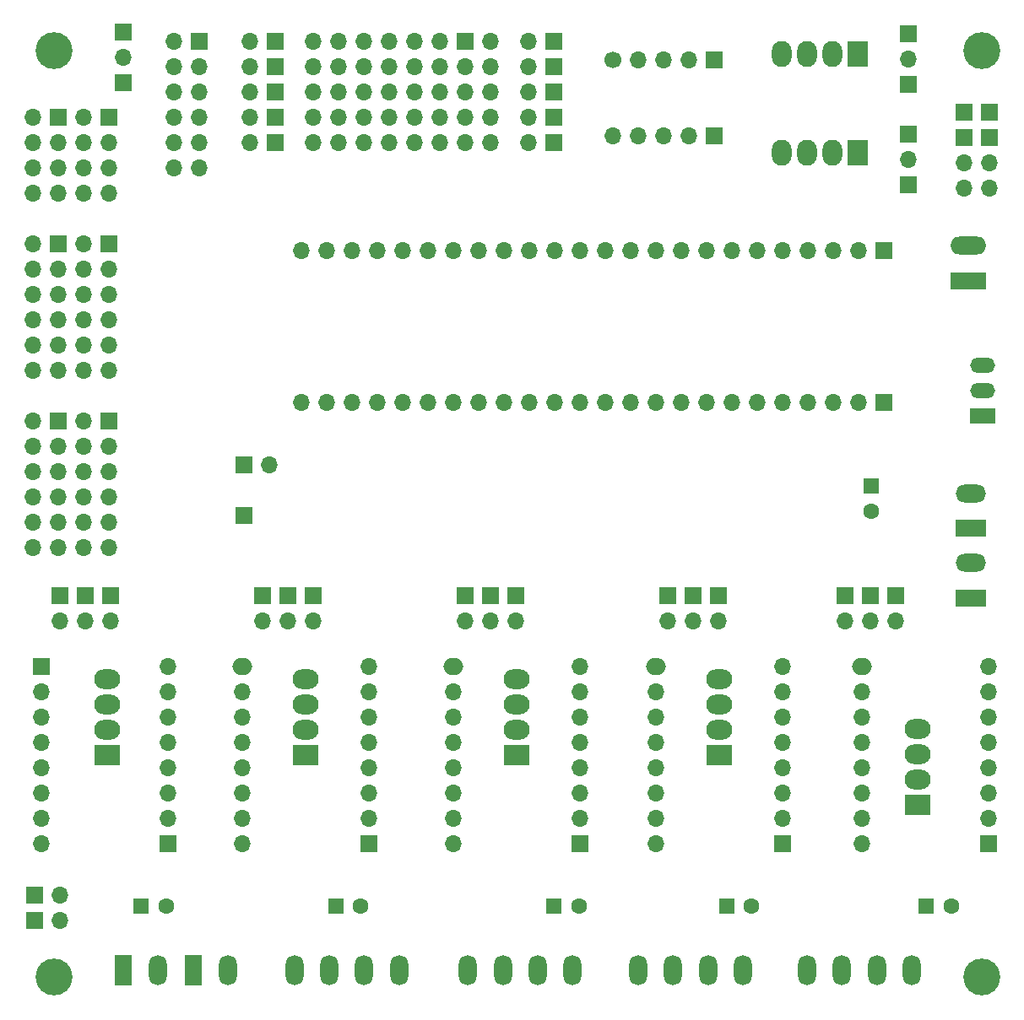
<source format=gbs>
G04 #@! TF.GenerationSoftware,KiCad,Pcbnew,(5.1.10)-1*
G04 #@! TF.CreationDate,2022-05-29T18:24:23-07:00*
G04 #@! TF.ProjectId,5Rose_030_Blue,35526f73-655f-4303-9330-5f426c75652e,rev?*
G04 #@! TF.SameCoordinates,Original*
G04 #@! TF.FileFunction,Soldermask,Bot*
G04 #@! TF.FilePolarity,Negative*
%FSLAX46Y46*%
G04 Gerber Fmt 4.6, Leading zero omitted, Abs format (unit mm)*
G04 Created by KiCad (PCBNEW (5.1.10)-1) date 2022-05-29 18:24:23*
%MOMM*%
%LPD*%
G01*
G04 APERTURE LIST*
%ADD10R,1.700000X1.700000*%
%ADD11O,1.700000X1.700000*%
%ADD12O,2.600000X2.000000*%
%ADD13R,2.600000X2.000000*%
%ADD14C,3.700000*%
%ADD15O,1.998980X1.700000*%
%ADD16O,1.800000X3.048000*%
%ADD17C,1.600000*%
%ADD18R,1.600000X1.600000*%
%ADD19R,2.000000X2.600000*%
%ADD20O,2.000000X2.600000*%
%ADD21O,2.000000X1.700000*%
%ADD22R,2.500000X1.500000*%
%ADD23O,2.500000X1.500000*%
%ADD24R,1.800000X3.048000*%
%ADD25R,3.600000X1.800000*%
%ADD26O,3.600000X1.800000*%
%ADD27O,3.048000X1.800000*%
%ADD28R,3.048000X1.800000*%
%ADD29C,1.700000*%
G04 APERTURE END LIST*
D10*
X183743600Y-88239600D03*
D11*
X181203600Y-88239600D03*
X178663600Y-88239600D03*
X176123600Y-88239600D03*
X173583600Y-88239600D03*
X118110000Y-164465000D03*
D10*
X115570000Y-164465000D03*
D11*
X143510000Y-88900000D03*
X143510000Y-86360000D03*
X143510000Y-83820000D03*
X143510000Y-81280000D03*
X143510000Y-78740000D03*
X146050000Y-88900000D03*
X146050000Y-86360000D03*
X146050000Y-83820000D03*
X146050000Y-81280000D03*
X146050000Y-78740000D03*
X148590000Y-78740000D03*
X148590000Y-81280000D03*
X148590000Y-83820000D03*
X148590000Y-86360000D03*
X148590000Y-88900000D03*
X151130000Y-78740000D03*
X151130000Y-81280000D03*
X151130000Y-83820000D03*
X151130000Y-86360000D03*
X151130000Y-88900000D03*
D12*
X142773400Y-142748000D03*
X142773400Y-145288000D03*
X142773400Y-147828000D03*
D13*
X142773400Y-150368000D03*
D14*
X210546000Y-172700000D03*
X117546000Y-172700000D03*
X210546000Y-79700000D03*
X117546000Y-79700000D03*
D15*
X177901600Y-141478000D03*
D11*
X177901600Y-144018000D03*
X177901600Y-146558000D03*
X177901600Y-149098000D03*
X177901600Y-151638000D03*
X177901600Y-154178000D03*
X177901600Y-156718000D03*
X177901600Y-159258000D03*
D10*
X167640000Y-78740000D03*
D11*
X165100000Y-78740000D03*
D10*
X167640000Y-81280000D03*
D11*
X165100000Y-81280000D03*
D10*
X167640000Y-83820000D03*
D11*
X165100000Y-83820000D03*
D10*
X167640000Y-86360000D03*
D11*
X165100000Y-86360000D03*
D10*
X167640000Y-88900000D03*
D11*
X165100000Y-88900000D03*
X137160000Y-88900000D03*
D10*
X139700000Y-88900000D03*
D11*
X137160000Y-86360000D03*
D10*
X139700000Y-86360000D03*
D11*
X137160000Y-83820000D03*
D10*
X139700000Y-83820000D03*
D11*
X137160000Y-81280000D03*
D10*
X139700000Y-81280000D03*
D11*
X137160000Y-78740000D03*
D10*
X139700000Y-78740000D03*
D16*
X193040000Y-171958000D03*
X196540000Y-171958000D03*
X200040000Y-171958000D03*
X203540000Y-171958000D03*
X186598200Y-171958000D03*
X183098200Y-171958000D03*
X179598200Y-171958000D03*
X176098200Y-171958000D03*
X169516700Y-171958000D03*
X166016700Y-171958000D03*
X162516700Y-171958000D03*
X159016700Y-171958000D03*
X141605000Y-171958000D03*
X145105000Y-171958000D03*
X148605000Y-171958000D03*
X152105000Y-171958000D03*
D10*
X211302600Y-85928199D03*
X211302600Y-88468199D03*
D11*
X211302600Y-91008199D03*
X211302600Y-93548199D03*
X208762600Y-93548200D03*
X208762600Y-91008200D03*
D10*
X208762600Y-88468200D03*
X208762600Y-85928200D03*
D17*
X199466200Y-125931300D03*
D18*
X199466200Y-123431300D03*
D13*
X204139800Y-155435300D03*
D12*
X204139800Y-152895300D03*
X204139800Y-150355300D03*
X204139800Y-147815300D03*
D19*
X198120000Y-89979500D03*
D20*
X195580000Y-89979500D03*
X193040000Y-89979500D03*
X190500000Y-89979500D03*
X190500000Y-80010000D03*
X193040000Y-80010000D03*
X195580000Y-80010000D03*
D19*
X198120000Y-80010000D03*
D12*
X184251600Y-142748000D03*
X184251600Y-145288000D03*
X184251600Y-147828000D03*
D13*
X184251600Y-150368000D03*
X163944300Y-150368000D03*
D12*
X163944300Y-147828000D03*
X163944300Y-145288000D03*
X163944300Y-142748000D03*
D10*
X143510000Y-134366000D03*
D11*
X143510000Y-136906000D03*
D10*
X140970000Y-134366000D03*
D11*
X140970000Y-136906000D03*
D10*
X138430000Y-134366000D03*
D11*
X138430000Y-136906000D03*
X158750000Y-136906000D03*
D10*
X158750000Y-134366000D03*
D11*
X161290000Y-136906000D03*
D10*
X161290000Y-134366000D03*
D11*
X163830000Y-136906000D03*
D10*
X163830000Y-134366000D03*
X201930000Y-134366000D03*
D11*
X201930000Y-136906000D03*
D10*
X199390000Y-134366000D03*
D11*
X199390000Y-136906000D03*
D10*
X196850000Y-134366000D03*
D11*
X196850000Y-136906000D03*
X179070000Y-136906000D03*
D10*
X179070000Y-134366000D03*
D11*
X181610000Y-136906000D03*
D10*
X181610000Y-134366000D03*
D11*
X184150000Y-136906000D03*
D10*
X184150000Y-134366000D03*
D17*
X187488200Y-165544500D03*
D18*
X184988200Y-165544500D03*
D10*
X203200000Y-93147154D03*
D11*
X203200000Y-90607154D03*
D10*
X203200000Y-88067154D03*
X203200000Y-78054200D03*
D11*
X203200000Y-80594200D03*
D10*
X203200000Y-83134200D03*
X124460000Y-77876400D03*
D11*
X124460000Y-80416400D03*
D10*
X124460000Y-82956400D03*
D21*
X198501000Y-141478000D03*
D11*
X198501000Y-144018000D03*
X198501000Y-146558000D03*
X198501000Y-149098000D03*
X198501000Y-151638000D03*
X198501000Y-154178000D03*
X198501000Y-156718000D03*
X198501000Y-159258000D03*
X211201000Y-141478000D03*
X211201000Y-144018000D03*
X211201000Y-146558000D03*
X211201000Y-149098000D03*
X211201000Y-151638000D03*
X211201000Y-154178000D03*
X211201000Y-156718000D03*
D10*
X211201000Y-159258000D03*
D11*
X190601600Y-141478000D03*
X190601600Y-144018000D03*
X190601600Y-146558000D03*
X190601600Y-149098000D03*
X190601600Y-151638000D03*
X190601600Y-154178000D03*
X190601600Y-156718000D03*
D10*
X190601600Y-159258000D03*
D21*
X157594300Y-141478000D03*
D11*
X157594300Y-144018000D03*
X157594300Y-146558000D03*
X157594300Y-149098000D03*
X157594300Y-151638000D03*
X157594300Y-154178000D03*
X157594300Y-156718000D03*
X157594300Y-159258000D03*
D21*
X136398000Y-141478000D03*
D11*
X136398000Y-144018000D03*
X136398000Y-146558000D03*
X136398000Y-149098000D03*
X136398000Y-151638000D03*
X136398000Y-154178000D03*
X136398000Y-156718000D03*
X136398000Y-159258000D03*
X170294300Y-141478000D03*
X170294300Y-144018000D03*
X170294300Y-146558000D03*
X170294300Y-149098000D03*
X170294300Y-151638000D03*
X170294300Y-154178000D03*
X170294300Y-156718000D03*
D10*
X170294300Y-159258000D03*
D11*
X149098000Y-141478000D03*
X149098000Y-144018000D03*
X149098000Y-146558000D03*
X149098000Y-149098000D03*
X149098000Y-151638000D03*
X149098000Y-154178000D03*
X149098000Y-156718000D03*
D10*
X149098000Y-159258000D03*
D22*
X210629500Y-116357400D03*
D23*
X210629500Y-113817400D03*
X210629500Y-111277400D03*
D17*
X148257900Y-165544500D03*
D18*
X145757900Y-165544500D03*
X167652700Y-165544500D03*
D17*
X170152700Y-165544500D03*
X207478000Y-165544500D03*
D18*
X204978000Y-165544500D03*
D11*
X153670000Y-78740000D03*
X153670000Y-81280000D03*
X153670000Y-83820000D03*
X153670000Y-86360000D03*
X153670000Y-88900000D03*
X156210000Y-88900000D03*
X156210000Y-86360000D03*
X156210000Y-83820000D03*
X156210000Y-81280000D03*
X156210000Y-78740000D03*
D16*
X134960000Y-171958000D03*
D24*
X131460000Y-171958000D03*
D16*
X127960000Y-171958000D03*
D24*
X124460000Y-171958000D03*
D11*
X116205000Y-159258000D03*
X116205000Y-156718000D03*
X116205000Y-154178000D03*
X116205000Y-151638000D03*
X116205000Y-149098000D03*
X116205000Y-146558000D03*
X116205000Y-144018000D03*
D10*
X116205000Y-141478000D03*
X128905000Y-159258000D03*
D11*
X128905000Y-156718000D03*
X128905000Y-154178000D03*
X128905000Y-151638000D03*
X128905000Y-149098000D03*
X128905000Y-146558000D03*
X128905000Y-144018000D03*
X128905000Y-141478000D03*
X118110000Y-136906000D03*
D10*
X118110000Y-134366000D03*
D11*
X120650000Y-136906000D03*
D10*
X120650000Y-134366000D03*
D11*
X123190000Y-136906000D03*
D10*
X123190000Y-134366000D03*
D12*
X122809000Y-142748000D03*
X122809000Y-145288000D03*
X122809000Y-147828000D03*
D13*
X122809000Y-150368000D03*
D17*
X128738000Y-165544500D03*
D18*
X126238000Y-165544500D03*
D25*
X209219800Y-102781100D03*
D26*
X209219800Y-99281100D03*
D11*
X139141200Y-121285000D03*
D10*
X136601200Y-121285000D03*
D11*
X161290000Y-88900000D03*
X161290000Y-86360000D03*
X161290000Y-83820000D03*
X161290000Y-81280000D03*
X161290000Y-78740000D03*
D10*
X115570000Y-167005000D03*
D11*
X118110000Y-167005000D03*
D27*
X209473800Y-124120000D03*
D28*
X209473800Y-127620000D03*
D27*
X209473800Y-131120000D03*
D28*
X209473800Y-134620000D03*
D11*
X120472200Y-93980000D03*
X123012200Y-93980000D03*
X120472200Y-91440000D03*
X123012200Y-91440000D03*
X120472200Y-88900000D03*
X123012200Y-88900000D03*
X120472200Y-86360000D03*
D10*
X123012200Y-86360000D03*
D11*
X120472200Y-129540000D03*
X123012200Y-129540000D03*
X120472200Y-127000000D03*
X123012200Y-127000000D03*
X120472200Y-124460000D03*
X123012200Y-124460000D03*
X120472200Y-121920000D03*
X123012200Y-121920000D03*
X120472200Y-119380000D03*
X123012200Y-119380000D03*
X120472200Y-116840000D03*
D10*
X123012200Y-116840000D03*
D11*
X115392200Y-93980000D03*
X117932200Y-93980000D03*
X115392200Y-91440000D03*
X117932200Y-91440000D03*
X115392200Y-88900000D03*
X117932200Y-88900000D03*
X115392200Y-86360000D03*
D10*
X117932200Y-86360000D03*
D11*
X115392200Y-111760000D03*
X117932200Y-111760000D03*
X115392200Y-109220000D03*
X117932200Y-109220000D03*
X115392200Y-106680000D03*
X117932200Y-106680000D03*
X115392200Y-104140000D03*
X117932200Y-104140000D03*
X115392200Y-101600000D03*
X117932200Y-101600000D03*
X115392200Y-99060000D03*
D10*
X117932200Y-99060000D03*
X123012200Y-99060000D03*
D11*
X120472200Y-99060000D03*
X123012200Y-101600000D03*
X120472200Y-101600000D03*
X123012200Y-104140000D03*
X120472200Y-104140000D03*
X123012200Y-106680000D03*
X120472200Y-106680000D03*
X123012200Y-109220000D03*
X120472200Y-109220000D03*
X123012200Y-111760000D03*
X120472200Y-111760000D03*
X115392200Y-129540000D03*
X117932200Y-129540000D03*
X115392200Y-127000000D03*
X117932200Y-127000000D03*
X115392200Y-124460000D03*
X117932200Y-124460000D03*
X115392200Y-121920000D03*
X117932200Y-121920000D03*
X115392200Y-119380000D03*
X117932200Y-119380000D03*
X115392200Y-116840000D03*
D10*
X117932200Y-116840000D03*
X183743600Y-80619600D03*
D11*
X181203600Y-80619600D03*
X178663600Y-80619600D03*
X176123600Y-80619600D03*
D29*
X173583600Y-80619600D03*
D11*
X158750000Y-88900000D03*
X158750000Y-86360000D03*
X158750000Y-83820000D03*
X158750000Y-81280000D03*
D10*
X158750000Y-78740000D03*
D11*
X129540000Y-91440000D03*
X132080000Y-91440000D03*
X129540000Y-88900000D03*
X132080000Y-88900000D03*
X129540000Y-86360000D03*
X132080000Y-86360000D03*
X129540000Y-83820000D03*
X132080000Y-83820000D03*
X129540000Y-81280000D03*
X132080000Y-81280000D03*
X129540000Y-78740000D03*
D10*
X132080000Y-78740000D03*
X200774300Y-99745800D03*
D11*
X198234300Y-99745800D03*
X195694300Y-99745800D03*
X193154300Y-99745800D03*
X190614300Y-99745800D03*
X188074300Y-99745800D03*
X185534300Y-99745800D03*
X182994300Y-99745800D03*
X180454300Y-99745800D03*
X177914300Y-99745800D03*
X175374300Y-99745800D03*
X172834300Y-99745800D03*
X170294300Y-99745800D03*
X167754300Y-99745800D03*
X165214300Y-99745800D03*
X162674300Y-99745800D03*
X160134300Y-99745800D03*
X157594300Y-99745800D03*
X155054300Y-99745800D03*
X152514300Y-99745800D03*
X149974300Y-99745800D03*
X147434300Y-99745800D03*
X144894300Y-99745800D03*
X142354300Y-99745800D03*
X142354300Y-114985800D03*
X144894300Y-114985800D03*
X147434300Y-114985800D03*
X149974300Y-114985800D03*
X152514300Y-114985800D03*
X155054300Y-114985800D03*
X157594300Y-114985800D03*
X160134300Y-114985800D03*
X162674300Y-114985800D03*
X165214300Y-114985800D03*
X167754300Y-114985800D03*
X170294300Y-114985800D03*
X172834300Y-114985800D03*
X175374300Y-114985800D03*
X177914300Y-114985800D03*
X180454300Y-114985800D03*
X182994300Y-114985800D03*
X185534300Y-114985800D03*
X188074300Y-114985800D03*
X190614300Y-114985800D03*
X193154300Y-114985800D03*
X195694300Y-114985800D03*
X198234300Y-114985800D03*
D10*
X200774300Y-114985800D03*
X136601200Y-126365000D03*
M02*

</source>
